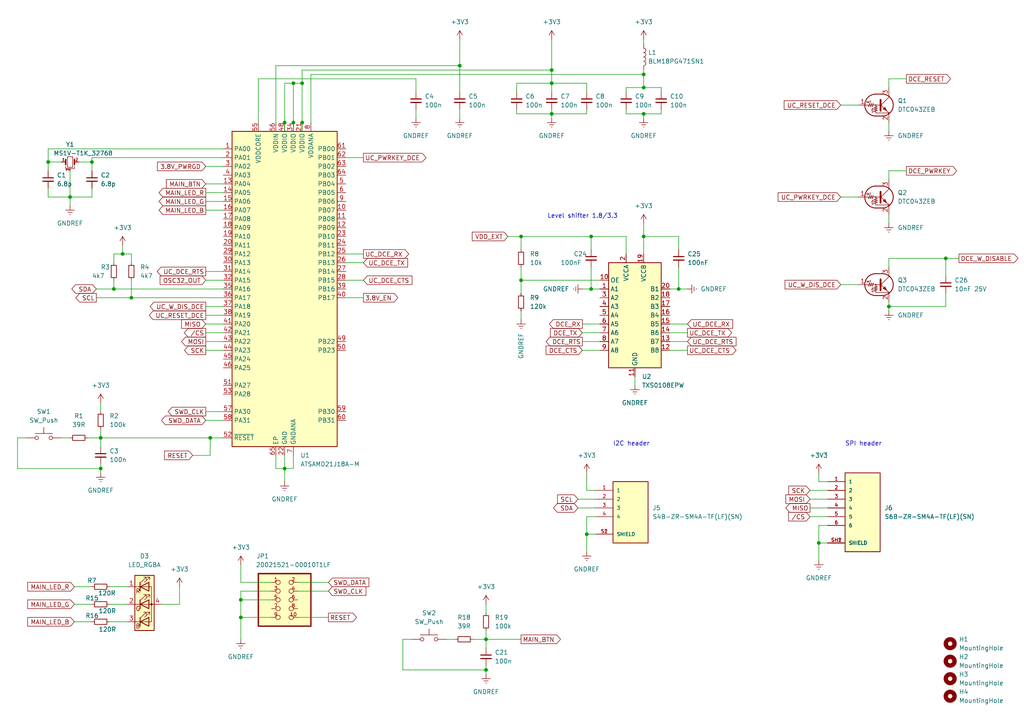
<source format=kicad_sch>
(kicad_sch (version 20211123) (generator eeschema)
  (paper "A4")
  (lib_symbols
    (symbol "20021521-00010T1LF:20021521-00010T1LF" (pin_names (offset 1.016) hide)
      (property "Reference" "JP" (at -6.35 8.255 0))
      (property "Value" "20021521-00010T1LF" (at -6.35 -10.1854 0))
      (symbol "20021521-00010T1LF_0_0"
        (rectangle (start -6.35 -7.62) (end 8.89 7.62) (stroke (width 0.4064)) (fill (type background)))
        (pin passive inverted (at -2.54 5.08 0) (length 2.54) (name "~") (number "1"))
        (pin passive inverted (at 5.08 -5.08 180) (length 2.54) (name "~") (number "10"))
        (pin passive inverted (at 5.08 5.08 180) (length 2.54) (name "~") (number "2"))
        (pin passive inverted (at -2.54 2.54 0) (length 2.54) (name "~") (number "3"))
        (pin passive inverted (at 5.08 2.54 180) (length 2.54) (name "~") (number "4"))
        (pin passive inverted (at -2.54 0 0) (length 2.54) (name "~") (number "5"))
        (pin passive inverted (at 5.08 0 180) (length 2.54) (name "~") (number "6"))
        (pin passive inverted (at -2.54 -2.54 0) (length 2.54) (name "~") (number "7"))
        (pin passive inverted (at 5.08 -2.54 180) (length 2.54) (name "~") (number "8"))
        (pin passive inverted (at -2.54 -5.08 0) (length 2.54) (name "~") (number "9"))
      )
    )
    (symbol "Device:C_Small" (pin_numbers hide) (pin_names (offset 0.254) hide)
      (property "Reference" "C" (at 0.254 1.778 0))
      (property "Value" "C_Small" (at 0.254 -2.032 0))
      (symbol "C_Small_0_1"
        (polyline (pts (xy -1.524 -0.508) (xy 1.524 -0.508)) (stroke (width 0.3302)))
        (polyline (pts (xy -1.524 0.508) (xy 1.524 0.508)) (stroke (width 0.3048)))
      )
      (symbol "C_Small_1_1"
        (pin passive line (at 0 2.54 270) (length 2.032) (name "~") (number "1"))
        (pin passive line (at 0 -2.54 90) (length 2.032) (name "~") (number "2"))
      )
    )
    (symbol "Device:Crystal_GND3_Small" (pin_names (offset 1.016) hide)
      (property "Reference" "Y" (at 0 5.08 0))
      (property "Value" "Crystal_GND3_Small" (at 0 3.175 0))
      (symbol "Crystal_GND3_Small_0_1"
        (rectangle (start -0.762 -1.524) (end 0.762 1.524))
        (polyline (pts (xy -1.27 -0.762) (xy -1.27 0.762)) (stroke (width 0.381)))
        (polyline (pts (xy 1.27 -0.762) (xy 1.27 0.762)) (stroke (width 0.381)))
        (polyline (pts (xy -1.27 -1.27) (xy -1.27 -1.905) (xy 1.27 -1.905) (xy 1.27 -1.27)))
      )
      (symbol "Crystal_GND3_Small_1_1"
        (pin passive line (at -2.54 0 0) (length 1.27) (name "1") (number "1"))
        (pin passive line (at 2.54 0 180) (length 1.27) (name "2") (number "2"))
        (pin passive line (at 0 -2.54 90) (length 0.635) (name "3") (number "3"))
      )
    )
    (symbol "Device:L" (pin_numbers hide) (pin_names (offset 1.016) hide)
      (property "Reference" "L" (at -1.27 0 90))
      (property "Value" "L" (at 1.905 0 90))
      (symbol "L_0_1"
        (arc (start 0 -2.54) (mid 0.635 -1.905) (end 0 -1.27))
        (arc (start 0 -1.27) (mid 0.635 -0.635) (end 0 0))
        (arc (start 0 0) (mid 0.635 0.635) (end 0 1.27))
        (arc (start 0 1.27) (mid 0.635 1.905) (end 0 2.54))
      )
      (symbol "L_1_1"
        (pin passive line (at 0 3.81 270) (length 1.27) (name "1") (number "1"))
        (pin passive line (at 0 -3.81 90) (length 1.27) (name "2") (number "2"))
      )
    )
    (symbol "Device:LED_RGBA" (pin_names (offset 0) hide)
      (property "Reference" "D" (at 0 9.398 0))
      (property "Value" "LED_RGBA" (at 0 -8.89 0))
      (symbol "LED_RGBA_0_0"
        (text "B" (at -1.905 -6.35 0) (effects (font (size 1.27 1.27))))
        (text "G" (at -1.905 -1.27 0) (effects (font (size 1.27 1.27))))
        (text "R" (at -1.905 3.81 0) (effects (font (size 1.27 1.27))))
      )
      (symbol "LED_RGBA_0_1"
        (polyline (pts (xy -1.27 -5.08) (xy -2.54 -5.08)))
        (polyline (pts (xy -1.27 -5.08) (xy 1.27 -5.08)))
        (polyline (pts (xy -1.27 -3.81) (xy -1.27 -6.35)) (stroke (width 0.254)))
        (polyline (pts (xy -1.27 0) (xy -2.54 0)))
        (polyline (pts (xy -1.27 1.27) (xy -1.27 -1.27)) (stroke (width 0.254)))
        (polyline (pts (xy -1.27 5.08) (xy -2.54 5.08)))
        (polyline (pts (xy -1.27 5.08) (xy 1.27 5.08)))
        (polyline (pts (xy -1.27 6.35) (xy -1.27 3.81)) (stroke (width 0.254)))
        (polyline (pts (xy 1.27 0) (xy -1.27 0)))
        (polyline (pts (xy 1.27 0) (xy 2.54 0)))
        (polyline (pts (xy -1.27 1.27) (xy -1.27 -1.27) (xy -1.27 -1.27)))
        (polyline (pts (xy -1.27 6.35) (xy -1.27 3.81) (xy -1.27 3.81)))
        (polyline (pts (xy 1.27 -5.08) (xy 2.032 -5.08) (xy 2.032 5.08) (xy 1.27 5.08)))
        (polyline (pts (xy 1.27 -3.81) (xy 1.27 -6.35) (xy -1.27 -5.08) (xy 1.27 -3.81)) (stroke (width 0.254)))
        (polyline (pts (xy 1.27 1.27) (xy 1.27 -1.27) (xy -1.27 0) (xy 1.27 1.27)) (stroke (width 0.254)))
        (polyline (pts (xy 1.27 6.35) (xy 1.27 3.81) (xy -1.27 5.08) (xy 1.27 6.35)) (stroke (width 0.254)))
        (polyline (pts (xy -1.016 -3.81) (xy 0.508 -2.286) (xy -0.254 -2.286) (xy 0.508 -2.286) (xy 0.508 -3.048)))
        (polyline (pts (xy -1.016 1.27) (xy 0.508 2.794) (xy -0.254 2.794) (xy 0.508 2.794) (xy 0.508 2.032)))
        (polyline (pts (xy -1.016 6.35) (xy 0.508 7.874) (xy -0.254 7.874) (xy 0.508 7.874) (xy 0.508 7.112)))
        (polyline (pts (xy 0 -3.81) (xy 1.524 -2.286) (xy 0.762 -2.286) (xy 1.524 -2.286) (xy 1.524 -3.048)))
        (polyline (pts (xy 0 1.27) (xy 1.524 2.794) (xy 0.762 2.794) (xy 1.524 2.794) (xy 1.524 2.032)))
        (polyline (pts (xy 0 6.35) (xy 1.524 7.874) (xy 0.762 7.874) (xy 1.524 7.874) (xy 1.524 7.112)))
        (rectangle (start 1.27 -1.27) (end 1.27 1.27))
        (rectangle (start 1.27 1.27) (end 1.27 1.27))
        (rectangle (start 1.27 3.81) (end 1.27 6.35))
        (rectangle (start 1.27 6.35) (end 1.27 6.35))
        (circle (center 2.032 0) (radius 0.254) (fill (type outline)))
        (rectangle (start 2.794 8.382) (end -2.794 -7.62) (stroke (width 0.254)) (fill (type background)))
      )
      (symbol "LED_RGBA_1_1"
        (pin passive line (at -5.08 5.08 0) (length 2.54) (name "RK") (number "1"))
        (pin passive line (at -5.08 0 0) (length 2.54) (name "GK") (number "2"))
        (pin passive line (at -5.08 -5.08 0) (length 2.54) (name "BK") (number "3"))
        (pin passive line (at 5.08 0 180) (length 2.54) (name "A") (number "4"))
      )
    )
    (symbol "Device:R_Small" (pin_numbers hide) (pin_names (offset 0.254) hide)
      (property "Reference" "R" (at 0.762 0.508 0))
      (property "Value" "R_Small" (at 0.762 -1.016 0))
      (symbol "R_Small_0_1"
        (rectangle (start -0.762 1.778) (end 0.762 -1.778) (stroke (width 0.2032)))
      )
      (symbol "R_Small_1_1"
        (pin passive line (at 0 2.54 270) (length 0.762) (name "~") (number "1"))
        (pin passive line (at 0 -2.54 90) (length 0.762) (name "~") (number "2"))
      )
    )
    (symbol "Logic_LevelTranslator:TXS0108EPW"
      (property "Reference" "U" (at -6.35 16.51 0))
      (property "Value" "TXS0108EPW" (at 3.81 16.51 0))
      (symbol "TXS0108EPW_0_1"
        (rectangle (start -7.62 15.24) (end 7.62 -15.24) (stroke (width 0.254)) (fill (type background)))
      )
      (symbol "TXS0108EPW_1_1"
        (pin bidirectional line (at -10.16 7.62 0) (length 2.54) (name "A1") (number "1"))
        (pin input line (at -10.16 10.16 0) (length 2.54) (name "OE") (number "10"))
        (pin power_in line (at 0 -17.78 90) (length 2.54) (name "GND") (number "11"))
        (pin bidirectional line (at 10.16 -10.16 180) (length 2.54) (name "B8") (number "12"))
        (pin bidirectional line (at 10.16 -7.62 180) (length 2.54) (name "B7") (number "13"))
        (pin bidirectional line (at 10.16 -5.08 180) (length 2.54) (name "B6") (number "14"))
        (pin bidirectional line (at 10.16 -2.54 180) (length 2.54) (name "B5") (number "15"))
        (pin bidirectional line (at 10.16 0 180) (length 2.54) (name "B4") (number "16"))
        (pin bidirectional line (at 10.16 2.54 180) (length 2.54) (name "B3") (number "17"))
        (pin bidirectional line (at 10.16 5.08 180) (length 2.54) (name "B2") (number "18"))
        (pin power_in line (at 2.54 17.78 270) (length 2.54) (name "VCCB") (number "19"))
        (pin power_in line (at -2.54 17.78 270) (length 2.54) (name "VCCA") (number "2"))
        (pin bidirectional line (at 10.16 7.62 180) (length 2.54) (name "B1") (number "20"))
        (pin bidirectional line (at -10.16 5.08 0) (length 2.54) (name "A2") (number "3"))
        (pin bidirectional line (at -10.16 2.54 0) (length 2.54) (name "A3") (number "4"))
        (pin bidirectional line (at -10.16 0 0) (length 2.54) (name "A4") (number "5"))
        (pin bidirectional line (at -10.16 -2.54 0) (length 2.54) (name "A5") (number "6"))
        (pin bidirectional line (at -10.16 -5.08 0) (length 2.54) (name "A6") (number "7"))
        (pin bidirectional line (at -10.16 -7.62 0) (length 2.54) (name "A7") (number "8"))
        (pin bidirectional line (at -10.16 -10.16 0) (length 2.54) (name "A8") (number "9"))
      )
    )
    (symbol "MCU_Microchip_SAMD:ATSAMD21J18A-M"
      (property "Reference" "U" (at -13.97 46.99 0))
      (property "Value" "ATSAMD21J18A-M" (at 16.51 46.99 0))
      (symbol "ATSAMD21J18A-M_0_1"
        (rectangle (start -15.24 45.72) (end 15.24 -45.72) (stroke (width 0.254)) (fill (type background)))
      )
      (symbol "ATSAMD21J18A-M_1_1"
        (pin bidirectional line (at -17.78 40.64 0) (length 2.54) (name "PA00") (number "1"))
        (pin bidirectional line (at 17.78 22.86 180) (length 2.54) (name "PB07") (number "10"))
        (pin bidirectional line (at 17.78 20.32 180) (length 2.54) (name "PB08") (number "11"))
        (pin bidirectional line (at 17.78 17.78 180) (length 2.54) (name "PB09") (number "12"))
        (pin bidirectional line (at -17.78 30.48 0) (length 2.54) (name "PA04") (number "13"))
        (pin bidirectional line (at -17.78 27.94 0) (length 2.54) (name "PA05") (number "14"))
        (pin bidirectional line (at -17.78 25.4 0) (length 2.54) (name "PA06") (number "15"))
        (pin bidirectional line (at -17.78 22.86 0) (length 2.54) (name "PA07") (number "16"))
        (pin bidirectional line (at -17.78 20.32 0) (length 2.54) (name "PA08") (number "17"))
        (pin bidirectional line (at -17.78 17.78 0) (length 2.54) (name "PA09") (number "18"))
        (pin bidirectional line (at -17.78 15.24 0) (length 2.54) (name "PA10") (number "19"))
        (pin bidirectional line (at -17.78 38.1 0) (length 2.54) (name "PA01") (number "2"))
        (pin bidirectional line (at -17.78 12.7 0) (length 2.54) (name "PA11") (number "20"))
        (pin power_in line (at 5.08 48.26 270) (length 2.54) (name "VDDIO") (number "21"))
        (pin power_in line (at 0 -48.26 90) (length 2.54) (name "GND") (number "22"))
        (pin bidirectional line (at 17.78 15.24 180) (length 2.54) (name "PB10") (number "23"))
        (pin bidirectional line (at 17.78 12.7 180) (length 2.54) (name "PB11") (number "24"))
        (pin bidirectional line (at 17.78 10.16 180) (length 2.54) (name "PB12") (number "25"))
        (pin bidirectional line (at 17.78 7.62 180) (length 2.54) (name "PB13") (number "26"))
        (pin bidirectional line (at 17.78 5.08 180) (length 2.54) (name "PB14") (number "27"))
        (pin bidirectional line (at 17.78 2.54 180) (length 2.54) (name "PB15") (number "28"))
        (pin bidirectional line (at -17.78 10.16 0) (length 2.54) (name "PA12") (number "29"))
        (pin bidirectional line (at -17.78 35.56 0) (length 2.54) (name "PA02") (number "3"))
        (pin bidirectional line (at -17.78 7.62 0) (length 2.54) (name "PA13") (number "30"))
        (pin bidirectional line (at -17.78 5.08 0) (length 2.54) (name "PA14") (number "31"))
        (pin bidirectional line (at -17.78 2.54 0) (length 2.54) (name "PA15") (number "32"))
        (pin passive line (at 0 -48.26 90) (length 2.54) hide (name "GND") (number "33"))
        (pin power_in line (at 2.54 48.26 270) (length 2.54) (name "VDDIO") (number "34"))
        (pin bidirectional line (at -17.78 0 0) (length 2.54) (name "PA16") (number "35"))
        (pin bidirectional line (at -17.78 -2.54 0) (length 2.54) (name "PA17") (number "36"))
        (pin bidirectional line (at -17.78 -5.08 0) (length 2.54) (name "PA18") (number "37"))
        (pin bidirectional line (at -17.78 -7.62 0) (length 2.54) (name "PA19") (number "38"))
        (pin bidirectional line (at 17.78 0 180) (length 2.54) (name "PB16") (number "39"))
        (pin bidirectional line (at -17.78 33.02 0) (length 2.54) (name "PA03") (number "4"))
        (pin bidirectional line (at 17.78 -2.54 180) (length 2.54) (name "PB17") (number "40"))
        (pin bidirectional line (at -17.78 -10.16 0) (length 2.54) (name "PA20") (number "41"))
        (pin bidirectional line (at -17.78 -12.7 0) (length 2.54) (name "PA21") (number "42"))
        (pin bidirectional line (at -17.78 -15.24 0) (length 2.54) (name "PA22") (number "43"))
        (pin bidirectional line (at -17.78 -17.78 0) (length 2.54) (name "PA23") (number "44"))
        (pin bidirectional line (at -17.78 -20.32 0) (length 2.54) (name "PA24") (number "45"))
        (pin bidirectional line (at -17.78 -22.86 0) (length 2.54) (name "PA25") (number "46"))
        (pin passive line (at 0 -48.26 90) (length 2.54) hide (name "GND") (number "47"))
        (pin power_in line (at 0 48.26 270) (length 2.54) (name "VDDIO") (number "48"))
        (pin bidirectional line (at 17.78 -15.24 180) (length 2.54) (name "PB22") (number "49"))
        (pin bidirectional line (at 17.78 30.48 180) (length 2.54) (name "PB04") (number "5"))
        (pin bidirectional line (at 17.78 -17.78 180) (length 2.54) (name "PB23") (number "50"))
        (pin bidirectional line (at -17.78 -27.94 0) (length 2.54) (name "PA27") (number "51"))
        (pin input line (at -17.78 -43.18 0) (length 2.54) (name "~{RESET}") (number "52"))
        (pin bidirectional line (at -17.78 -30.48 0) (length 2.54) (name "PA28") (number "53"))
        (pin passive line (at 0 -48.26 90) (length 2.54) hide (name "GND") (number "54"))
        (pin power_out line (at -7.62 48.26 270) (length 2.54) (name "VDDCORE") (number "55"))
        (pin power_in line (at -2.54 48.26 270) (length 2.54) (name "VDDIN") (number "56"))
        (pin bidirectional line (at -17.78 -35.56 0) (length 2.54) (name "PA30") (number "57"))
        (pin bidirectional line (at -17.78 -38.1 0) (length 2.54) (name "PA31") (number "58"))
        (pin bidirectional line (at 17.78 -35.56 180) (length 2.54) (name "PB30") (number "59"))
        (pin bidirectional line (at 17.78 27.94 180) (length 2.54) (name "PB05") (number "6"))
        (pin bidirectional line (at 17.78 -38.1 180) (length 2.54) (name "PB31") (number "60"))
        (pin bidirectional line (at 17.78 40.64 180) (length 2.54) (name "PB00") (number "61"))
        (pin bidirectional line (at 17.78 38.1 180) (length 2.54) (name "PB01") (number "62"))
        (pin bidirectional line (at 17.78 35.56 180) (length 2.54) (name "PB02") (number "63"))
        (pin bidirectional line (at 17.78 33.02 180) (length 2.54) (name "PB03") (number "64"))
        (pin passive line (at -2.54 -48.26 90) (length 2.54) (name "EP") (number "65"))
        (pin power_in line (at 2.54 -48.26 90) (length 2.54) (name "GNDANA") (number "7"))
        (pin power_in line (at 7.62 48.26 270) (length 2.54) (name "VDDANA") (number "8"))
        (pin bidirectional line (at 17.78 25.4 180) (length 2.54) (name "PB06") (number "9"))
      )
    )
    (symbol "Mechanical:MountingHole" (pin_names (offset 1.016))
      (property "Reference" "H" (at 0 5.08 0))
      (property "Value" "MountingHole" (at 0 3.175 0))
      (symbol "MountingHole_0_1"
        (circle (center 0 0) (radius 1.27) (stroke (width 1.27)))
      )
    )
    (symbol "S4B-ZR-SM4A-TF_LF__SN_:S4B-ZR-SM4A-TF(LF)(SN)" (pin_names (offset 1.016))
      (property "Reference" "J" (at -5.08 10.8204 0))
      (property "Value" "S4B-ZR-SM4A-TF(LF)(SN)" (at -5.08 -10.1854 0))
      (symbol "S4B-ZR-SM4A-TF(LF)(SN)_0_0"
        (rectangle (start -5.08 -7.62) (end 5.08 10.16) (stroke (width 0.254)) (fill (type background)))
        (pin passive line (at -10.16 7.62 0) (length 5.08) (name "1") (number "1"))
        (pin passive line (at -10.16 5.08 0) (length 5.08) (name "2") (number "2"))
        (pin passive line (at -10.16 2.54 0) (length 5.08) (name "3") (number "3"))
        (pin passive line (at -10.16 0 0) (length 5.08) (name "4") (number "4"))
        (pin passive line (at -10.16 -5.08 0) (length 5.08) (name "SHIELD") (number "S1"))
        (pin passive line (at -10.16 -5.08 0) (length 5.08) (name "SHIELD") (number "S2"))
      )
    )
    (symbol "S6B-ZR-SM4A-TF_LF__SN_:S6B-ZR-SM4A-TF(LF)(SN)" (pin_names (offset 1.016))
      (property "Reference" "J" (at -5.08 10.8204 0))
      (property "Value" "S6B-ZR-SM4A-TF(LF)(SN)" (at -5.08 -15.2654 0))
      (symbol "S6B-ZR-SM4A-TF(LF)(SN)_0_0"
        (rectangle (start -5.08 -12.7) (end 5.08 10.16) (stroke (width 0.254)) (fill (type background)))
        (pin passive line (at -10.16 7.62 0) (length 5.08) (name "1") (number "1"))
        (pin passive line (at -10.16 5.08 0) (length 5.08) (name "2") (number "2"))
        (pin passive line (at -10.16 2.54 0) (length 5.08) (name "3") (number "3"))
        (pin passive line (at -10.16 0 0) (length 5.08) (name "4") (number "4"))
        (pin passive line (at -10.16 -2.54 0) (length 5.08) (name "5") (number "5"))
        (pin passive line (at -10.16 -5.08 0) (length 5.08) (name "6") (number "6"))
        (pin passive line (at -10.16 -10.16 0) (length 5.08) (name "SHIELD") (number "SH1"))
        (pin passive line (at -10.16 -10.16 0) (length 5.08) (name "SHIELD") (number "SH2"))
      )
    )
    (symbol "Switch:SW_Push" (pin_numbers hide) (pin_names (offset 1.016) hide)
      (property "Reference" "SW" (at 1.27 2.54 0))
      (property "Value" "SW_Push" (at 0 -1.524 0))
      (symbol "SW_Push_0_1"
        (circle (center -2.032 0) (radius 0.508))
        (polyline (pts (xy 0 1.27) (xy 0 3.048)))
        (polyline (pts (xy 2.54 1.27) (xy -2.54 1.27)))
        (circle (center 2.032 0) (radius 0.508))
        (pin passive line (at -5.08 0 0) (length 2.54) (name "1") (number "1"))
        (pin passive line (at 5.08 0 180) (length 2.54) (name "2") (number "2"))
      )
    )
    (symbol "Transistor_BJT:DTC143Z" (pin_names (offset 0) hide)
      (property "Reference" "Q" (at 5.08 1.905 0))
      (property "Value" "DTC143Z" (at 5.08 0 0))
      (symbol "DTC143Z_0_0"
        (text "47k" (at -2.159 -1.524 900) (effects (font (size 0.508 0.508))))
        (text "4k7" (at -3.302 0.889 0) (effects (font (size 0.508 0.508))))
      )
      (symbol "DTC143Z_0_1"
        (circle (center -1.27 0) (radius 0.127))
        (arc (start -1.27 3.175) (mid -4.445 0) (end -1.27 -3.175) (stroke (width 0.254)))
        (polyline (pts (xy -3.429 0) (xy -3.81 0)))
        (polyline (pts (xy -1.27 -3.175) (xy 0.635 -3.175)) (stroke (width 0.254)))
        (polyline (pts (xy -1.27 3.175) (xy 0.635 3.175)) (stroke (width 0.254)))
        (polyline (pts (xy 0 -0.254) (xy 2.54 2.286)))
        (polyline (pts (xy 0.127 1.524) (xy 0.127 -1.651)) (stroke (width 0.508)) (fill (type outline)))
        (polyline (pts (xy 2.54 2.286) (xy 2.54 2.54)))
        (polyline (pts (xy 2.54 -2.286) (xy 0 0.254) (xy 0 0.254)))
        (polyline (pts (xy 0.889 -1.143) (xy 1.397 -0.635) (xy 1.905 -1.651) (xy 0.889 -1.143)) (fill (type outline)))
        (polyline (pts (xy 0 0) (xy -1.905 0) (xy -2.032 0.508) (xy -2.286 -0.508) (xy -2.54 0.508) (xy -2.794 -0.508) (xy -3.048 0.508) (xy -3.302 -0.508) (xy -3.429 0)))
        (polyline (pts (xy -1.27 0) (xy -1.27 -0.381) (xy -0.762 -0.508) (xy -1.778 -0.762) (xy -0.762 -1.016) (xy -1.778 -1.27) (xy -0.762 -1.524) (xy -1.778 -1.778) (xy -1.27 -1.905) (xy -1.27 -2.286) (xy 2.54 -2.286)))
        (arc (start 0.635 -3.175) (mid 3.81 0) (end 0.635 3.175) (stroke (width 0.254)))
        (circle (center 2.54 -2.286) (radius 0.127))
      )
      (symbol "DTC143Z_1_1"
        (pin input line (at -6.35 0 0) (length 2.54) (name "B") (number "1"))
        (pin passive line (at 2.54 -5.08 90) (length 2.54) (name "E") (number "2"))
        (pin passive line (at 2.54 5.08 270) (length 2.54) (name "C") (number "3"))
      )
    )
    (symbol "power:+3.3V" (power) (pin_names (offset 0))
      (property "Value" "+3.3V" (at 0 3.556 0))
      (symbol "+3.3V_0_1"
        (polyline (pts (xy -0.762 1.27) (xy 0 2.54)))
        (polyline (pts (xy 0 0) (xy 0 2.54)))
        (polyline (pts (xy 0 2.54) (xy 0.762 1.27)))
      )
      (symbol "+3.3V_1_1"
        (pin power_in line (at 0 0 90) (length 0) hide (name "+3V3") (number "1"))
      )
    )
    (symbol "power:GNDREF" (power) (pin_names (offset 0))
      (property "Value" "GNDREF" (at 0 -3.81 0))
      (symbol "GNDREF_0_1"
        (polyline (pts (xy -0.635 -1.905) (xy 0.635 -1.905)))
        (polyline (pts (xy -0.127 -2.54) (xy 0.127 -2.54)))
        (polyline (pts (xy 0 -1.27) (xy 0 0)))
        (polyline (pts (xy 1.27 -1.27) (xy -1.27 -1.27)))
      )
      (symbol "GNDREF_1_1"
        (pin power_in line (at 0 0 270) (length 0) hide (name "GNDREF") (number "1"))
      )
    )
  )
  (junction (at 257.81 88.9))
  (junction (at 160.02 33.02))
  (junction (at 196.85 83.82))
  (junction (at 186.69 21.59))
  (junction (at 186.69 33.02))
  (junction (at 85.09 35.56))
  (junction (at 237.49 157.48))
  (junction (at 60.96 127))
  (junction (at 13.97 46.99))
  (junction (at 186.69 25.4))
  (junction (at 33.02 83.82))
  (junction (at 160.02 20.32))
  (junction (at 20.32 57.15))
  (junction (at 186.69 68.58))
  (junction (at 87.63 35.56))
  (junction (at 35.56 73.66))
  (junction (at 69.85 179.07))
  (junction (at 171.45 68.58))
  (junction (at 151.13 68.58))
  (junction (at 274.32 74.93))
  (junction (at 87.63 24.13))
  (junction (at 140.97 194.31))
  (junction (at 170.18 154.94))
  (junction (at 82.55 35.56))
  (junction (at 82.55 135.89))
  (junction (at 26.67 46.99))
  (junction (at 29.21 127))
  (junction (at 29.21 135.89))
  (junction (at 151.13 81.28))
  (junction (at 69.85 173.99))
  (junction (at 38.1 86.36))
  (junction (at 171.45 83.82))
  (junction (at 160.02 24.13))
  (junction (at 140.97 185.42))
  (junction (at 85.09 24.13))
  (junction (at 133.35 19.05))
  (wire (pts (xy 181.61 73.66) (xy 181.61 68.58)))
  (wire (pts (xy 257.81 49.53) (xy 257.81 52.07)))
  (wire (pts (xy 22.86 46.99) (xy 26.67 46.99)))
  (wire (pts (xy 35.56 73.66) (xy 38.1 73.66)))
  (wire (pts (xy 149.86 24.13) (xy 160.02 24.13)))
  (wire (pts (xy 59.69 119.38) (xy 64.77 119.38)))
  (wire (pts (xy 196.85 77.47) (xy 196.85 83.82)))
  (wire (pts (xy 262.89 22.86) (xy 257.81 22.86)))
  (wire (pts (xy 100.33 73.66) (xy 105.41 73.66)))
  (wire (pts (xy 20.32 57.15) (xy 13.97 57.15)))
  (wire (pts (xy 194.31 99.06) (xy 199.39 99.06)))
  (wire (pts (xy 120.65 31.75) (xy 120.65 34.29)))
  (wire (pts (xy 5.08 127) (xy 5.08 135.89)))
  (wire (pts (xy 86.36 168.91) (xy 95.25 168.91)))
  (wire (pts (xy 59.69 91.44) (xy 64.77 91.44)))
  (wire (pts (xy 33.02 76.2) (xy 33.02 73.66)))
  (wire (pts (xy 21.59 180.34) (xy 26.67 180.34)))
  (wire (pts (xy 160.02 33.02) (xy 170.18 33.02)))
  (wire (pts (xy 140.97 175.26) (xy 140.97 177.8)))
  (wire (pts (xy 80.01 19.05) (xy 133.35 19.05)))
  (wire (pts (xy 116.84 185.42) (xy 119.38 185.42)))
  (wire (pts (xy 82.55 38.1) (xy 82.55 35.56)))
  (wire (pts (xy 33.02 83.82) (xy 64.77 83.82)))
  (wire (pts (xy 243.84 30.48) (xy 248.92 30.48)))
  (wire (pts (xy 186.69 33.02) (xy 186.69 34.29)))
  (wire (pts (xy 167.64 147.32) (xy 172.72 147.32)))
  (wire (pts (xy 240.03 152.4) (xy 237.49 152.4)))
  (wire (pts (xy 160.02 31.75) (xy 160.02 33.02)))
  (wire (pts (xy 59.69 55.88) (xy 64.77 55.88)))
  (wire (pts (xy 194.31 93.98) (xy 199.39 93.98)))
  (wire (pts (xy 31.75 175.26) (xy 36.83 175.26)))
  (wire (pts (xy 170.18 31.75) (xy 170.18 33.02)))
  (wire (pts (xy 181.61 26.67) (xy 181.61 25.4)))
  (wire (pts (xy 151.13 90.17) (xy 151.13 92.71)))
  (wire (pts (xy 90.17 21.59) (xy 186.69 21.59)))
  (wire (pts (xy 78.74 173.99) (xy 69.85 173.99)))
  (wire (pts (xy 21.59 170.18) (xy 26.67 170.18)))
  (wire (pts (xy 140.97 185.42) (xy 151.13 185.42)))
  (wire (pts (xy 116.84 185.42) (xy 116.84 194.31)))
  (wire (pts (xy 85.09 132.08) (xy 85.09 135.89)))
  (wire (pts (xy 149.86 33.02) (xy 160.02 33.02)))
  (wire (pts (xy 33.02 81.28) (xy 33.02 83.82)))
  (wire (pts (xy 13.97 46.99) (xy 13.97 49.53)))
  (wire (pts (xy 234.95 144.78) (xy 240.03 144.78)))
  (wire (pts (xy 59.69 60.96) (xy 64.77 60.96)))
  (wire (pts (xy 69.85 179.07) (xy 69.85 185.42)))
  (wire (pts (xy 171.45 83.82) (xy 173.99 83.82)))
  (wire (pts (xy 151.13 68.58) (xy 151.13 72.39)))
  (wire (pts (xy 160.02 24.13) (xy 170.18 24.13)))
  (wire (pts (xy 191.77 25.4) (xy 191.77 26.67)))
  (wire (pts (xy 129.54 185.42) (xy 132.08 185.42)))
  (wire (pts (xy 85.09 35.56) (xy 85.09 24.13)))
  (wire (pts (xy 59.69 78.74) (xy 64.77 78.74)))
  (wire (pts (xy 167.64 144.78) (xy 172.72 144.78)))
  (wire (pts (xy 26.67 45.72) (xy 26.67 46.99)))
  (wire (pts (xy 234.95 149.86) (xy 240.03 149.86)))
  (wire (pts (xy 170.18 137.16) (xy 170.18 142.24)))
  (wire (pts (xy 194.31 83.82) (xy 196.85 83.82)))
  (wire (pts (xy 31.75 170.18) (xy 36.83 170.18)))
  (wire (pts (xy 140.97 182.88) (xy 140.97 185.42)))
  (wire (pts (xy 257.81 22.86) (xy 257.81 25.4)))
  (wire (pts (xy 25.4 127) (xy 29.21 127)))
  (wire (pts (xy 257.81 88.9) (xy 257.81 90.17)))
  (wire (pts (xy 38.1 86.36) (xy 64.77 86.36)))
  (wire (pts (xy 29.21 134.62) (xy 29.21 135.89)))
  (wire (pts (xy 29.21 127) (xy 29.21 129.54)))
  (wire (pts (xy 140.97 193.04) (xy 140.97 194.31)))
  (wire (pts (xy 257.81 62.23) (xy 257.81 64.77)))
  (wire (pts (xy 257.81 88.9) (xy 274.32 88.9)))
  (wire (pts (xy 170.18 26.67) (xy 170.18 24.13)))
  (wire (pts (xy 69.85 173.99) (xy 69.85 179.07)))
  (wire (pts (xy 5.08 135.89) (xy 29.21 135.89)))
  (wire (pts (xy 33.02 73.66) (xy 35.56 73.66)))
  (wire (pts (xy 80.01 19.05) (xy 80.01 35.56)))
  (wire (pts (xy 116.84 194.31) (xy 140.97 194.31)))
  (wire (pts (xy 59.69 121.92) (xy 64.77 121.92)))
  (wire (pts (xy 59.69 88.9) (xy 64.77 88.9)))
  (wire (pts (xy 186.69 68.58) (xy 196.85 68.58)))
  (wire (pts (xy 186.69 21.59) (xy 186.69 25.4)))
  (wire (pts (xy 27.94 86.36) (xy 38.1 86.36)))
  (wire (pts (xy 87.63 20.32) (xy 87.63 24.13)))
  (wire (pts (xy 170.18 142.24) (xy 172.72 142.24)))
  (wire (pts (xy 257.81 87.63) (xy 257.81 88.9)))
  (wire (pts (xy 171.45 77.47) (xy 171.45 83.82)))
  (wire (pts (xy 274.32 85.09) (xy 274.32 88.9)))
  (wire (pts (xy 21.59 175.26) (xy 26.67 175.26)))
  (wire (pts (xy 184.15 109.22) (xy 184.15 111.76)))
  (wire (pts (xy 151.13 81.28) (xy 151.13 85.09)))
  (wire (pts (xy 86.36 171.45) (xy 95.25 171.45)))
  (wire (pts (xy 237.49 139.7) (xy 237.49 137.16)))
  (wire (pts (xy 59.69 93.98) (xy 64.77 93.98)))
  (wire (pts (xy 38.1 81.28) (xy 38.1 86.36)))
  (wire (pts (xy 29.21 116.84) (xy 29.21 119.38)))
  (wire (pts (xy 100.33 76.2) (xy 105.41 76.2)))
  (wire (pts (xy 85.09 38.1) (xy 85.09 35.56)))
  (wire (pts (xy 69.85 168.91) (xy 69.85 163.83)))
  (wire (pts (xy 257.81 35.56) (xy 257.81 38.1)))
  (wire (pts (xy 186.69 64.77) (xy 186.69 68.58)))
  (wire (pts (xy 237.49 162.56) (xy 237.49 157.48)))
  (wire (pts (xy 237.49 157.48) (xy 240.03 157.48)))
  (wire (pts (xy 60.96 127) (xy 64.77 127)))
  (wire (pts (xy 196.85 83.82) (xy 199.39 83.82)))
  (wire (pts (xy 172.72 149.86) (xy 170.18 149.86)))
  (wire (pts (xy 171.45 68.58) (xy 171.45 72.39)))
  (wire (pts (xy 64.77 45.72) (xy 26.67 45.72)))
  (wire (pts (xy 170.18 154.94) (xy 170.18 160.02)))
  (wire (pts (xy 186.69 33.02) (xy 191.77 33.02)))
  (wire (pts (xy 17.78 127) (xy 20.32 127)))
  (wire (pts (xy 69.85 171.45) (xy 69.85 173.99)))
  (wire (pts (xy 194.31 101.6) (xy 199.39 101.6)))
  (wire (pts (xy 149.86 31.75) (xy 149.86 33.02)))
  (wire (pts (xy 194.31 96.52) (xy 199.39 96.52)))
  (wire (pts (xy 52.07 175.26) (xy 52.07 170.18)))
  (wire (pts (xy 168.91 101.6) (xy 173.99 101.6)))
  (wire (pts (xy 100.33 81.28) (xy 105.41 81.28)))
  (wire (pts (xy 5.08 127) (xy 7.62 127)))
  (wire (pts (xy 168.91 96.52) (xy 173.99 96.52)))
  (wire (pts (xy 85.09 135.89) (xy 82.55 135.89)))
  (wire (pts (xy 168.91 93.98) (xy 173.99 93.98)))
  (wire (pts (xy 80.01 135.89) (xy 82.55 135.89)))
  (wire (pts (xy 257.81 74.93) (xy 257.81 77.47)))
  (wire (pts (xy 27.94 83.82) (xy 33.02 83.82)))
  (wire (pts (xy 74.93 22.86) (xy 74.93 35.56)))
  (wire (pts (xy 90.17 35.56) (xy 90.17 21.59)))
  (wire (pts (xy 234.95 147.32) (xy 240.03 147.32)))
  (wire (pts (xy 100.33 86.36) (xy 105.41 86.36)))
  (wire (pts (xy 26.67 46.99) (xy 26.67 49.53)))
  (wire (pts (xy 186.69 11.43) (xy 186.69 12.7)))
  (wire (pts (xy 46.99 175.26) (xy 52.07 175.26)))
  (wire (pts (xy 29.21 127) (xy 60.96 127)))
  (wire (pts (xy 35.56 71.12) (xy 35.56 73.66)))
  (wire (pts (xy 181.61 25.4) (xy 186.69 25.4)))
  (wire (pts (xy 171.45 68.58) (xy 151.13 68.58)))
  (wire (pts (xy 78.74 179.07) (xy 69.85 179.07)))
  (wire (pts (xy 82.55 132.08) (xy 82.55 135.89)))
  (wire (pts (xy 38.1 73.66) (xy 38.1 76.2)))
  (wire (pts (xy 168.91 99.06) (xy 173.99 99.06)))
  (wire (pts (xy 17.78 46.99) (xy 13.97 46.99)))
  (wire (pts (xy 160.02 11.43) (xy 160.02 20.32)))
  (wire (pts (xy 59.69 53.34) (xy 64.77 53.34)))
  (wire (pts (xy 240.03 139.7) (xy 237.49 139.7)))
  (wire (pts (xy 87.63 38.1) (xy 87.63 35.56)))
  (wire (pts (xy 191.77 31.75) (xy 191.77 33.02)))
  (wire (pts (xy 82.55 135.89) (xy 82.55 139.7)))
  (wire (pts (xy 80.01 132.08) (xy 80.01 135.89)))
  (wire (pts (xy 278.13 74.93) (xy 274.32 74.93)))
  (wire (pts (xy 78.74 171.45) (xy 69.85 171.45)))
  (wire (pts (xy 20.32 57.15) (xy 20.32 59.69)))
  (wire (pts (xy 181.61 33.02) (xy 186.69 33.02)))
  (wire (pts (xy 78.74 168.91) (xy 69.85 168.91)))
  (wire (pts (xy 20.32 49.53) (xy 20.32 57.15)))
  (wire (pts (xy 26.67 54.61) (xy 26.67 57.15)))
  (wire (pts (xy 13.97 57.15) (xy 13.97 54.61)))
  (wire (pts (xy 243.84 57.15) (xy 248.92 57.15)))
  (wire (pts (xy 196.85 72.39) (xy 196.85 68.58)))
  (wire (pts (xy 59.69 48.26) (xy 64.77 48.26)))
  (wire (pts (xy 160.02 24.13) (xy 160.02 26.67)))
  (wire (pts (xy 29.21 124.46) (xy 29.21 127)))
  (wire (pts (xy 82.55 24.13) (xy 85.09 24.13)))
  (wire (pts (xy 234.95 142.24) (xy 240.03 142.24)))
  (wire (pts (xy 64.77 43.18) (xy 13.97 43.18)))
  (wire (pts (xy 137.16 185.42) (xy 140.97 185.42)))
  (wire (pts (xy 151.13 81.28) (xy 173.99 81.28)))
  (wire (pts (xy 59.69 96.52) (xy 64.77 96.52)))
  (wire (pts (xy 55.88 132.08) (xy 60.96 132.08)))
  (wire (pts (xy 151.13 77.47) (xy 151.13 81.28)))
  (wire (pts (xy 100.33 45.72) (xy 105.41 45.72)))
  (wire (pts (xy 87.63 20.32) (xy 160.02 20.32)))
  (wire (pts (xy 274.32 74.93) (xy 257.81 74.93)))
  (wire (pts (xy 237.49 152.4) (xy 237.49 157.48)))
  (wire (pts (xy 149.86 26.67) (xy 149.86 24.13)))
  (wire (pts (xy 13.97 43.18) (xy 13.97 46.99)))
  (wire (pts (xy 170.18 154.94) (xy 172.72 154.94)))
  (wire (pts (xy 181.61 31.75) (xy 181.61 33.02)))
  (wire (pts (xy 82.55 35.56) (xy 82.55 24.13)))
  (wire (pts (xy 160.02 20.32) (xy 160.02 24.13)))
  (wire (pts (xy 133.35 11.43) (xy 133.35 19.05)))
  (wire (pts (xy 85.09 24.13) (xy 87.63 24.13)))
  (wire (pts (xy 186.69 25.4) (xy 191.77 25.4)))
  (wire (pts (xy 133.35 31.75) (xy 133.35 34.29)))
  (wire (pts (xy 29.21 135.89) (xy 29.21 137.16)))
  (wire (pts (xy 86.36 179.07) (xy 95.25 179.07)))
  (wire (pts (xy 181.61 68.58) (xy 171.45 68.58)))
  (wire (pts (xy 26.67 57.15) (xy 20.32 57.15)))
  (wire (pts (xy 74.93 22.86) (xy 120.65 22.86)))
  (wire (pts (xy 59.69 99.06) (xy 64.77 99.06)))
  (wire (pts (xy 243.84 82.55) (xy 248.92 82.55)))
  (wire (pts (xy 133.35 19.05) (xy 133.35 26.67)))
  (wire (pts (xy 186.69 20.32) (xy 186.69 21.59)))
  (wire (pts (xy 59.69 58.42) (xy 64.77 58.42)))
  (wire (pts (xy 140.97 185.42) (xy 140.97 187.96)))
  (wire (pts (xy 151.13 68.58) (xy 147.32 68.58)))
  (wire (pts (xy 87.63 24.13) (xy 87.63 35.56)))
  (wire (pts (xy 274.32 74.93) (xy 274.32 80.01)))
  (wire (pts (xy 120.65 22.86) (xy 120.65 26.67)))
  (wire (pts (xy 59.69 101.6) (xy 64.77 101.6)))
  (wire (pts (xy 186.69 68.58) (xy 186.69 73.66)))
  (wire (pts (xy 262.89 49.53) (xy 257.81 49.53)))
  (wire (pts (xy 140.97 194.31) (xy 140.97 195.58)))
  (wire (pts (xy 31.75 180.34) (xy 36.83 180.34)))
  (wire (pts (xy 170.18 149.86) (xy 170.18 154.94)))
  (wire (pts (xy 168.91 83.82) (xy 171.45 83.82)))
  (wire (pts (xy 160.02 33.02) (xy 160.02 34.29)))
  (wire (pts (xy 59.69 81.28) (xy 64.77 81.28)))
  (wire (pts (xy 60.96 132.08) (xy 60.96 127)))
  (text "I2C header" (at 177.8 129.54 0) (effects (font (size 1.27 1.27)) (justify left bottom)))
  (text "Level shifter 1.8/3.3" (at 158.75 63.5 0) (effects (font (size 1.27 1.27)) (justify left bottom)))
  (text "SPI header" (at 245.11 129.54 0) (effects (font (size 1.27 1.27)) (justify left bottom)))
  (global_label "DCE_CTS" (shape input) (at 168.91 101.6 180) (property "Intersheet References" "${INTERSHEET_REFS}" (effects hide)))
  (global_label "SCK" (shape input) (at 234.95 142.24 180) (property "Intersheet References" "${INTERSHEET_REFS}" (effects hide)))
  (global_label "MAIN_LED_G" (shape input) (at 21.59 175.26 180) (property "Intersheet References" "${INTERSHEET_REFS}" (effects hide)))
  (global_label "UC_W_DIS_DCE" (shape output) (at 59.69 88.9 180) (property "Intersheet References" "${INTERSHEET_REFS}" (effects hide)))
  (global_label "3.8V_PWRGD" (shape input) (at 59.69 48.26 180) (property "Intersheet References" "${INTERSHEET_REFS}" (effects hide)))
  (global_label "SCL" (shape output) (at 27.94 86.36 180) (property "Intersheet References" "${INTERSHEET_REFS}" (effects hide)))
  (global_label "MAIN_LED_R" (shape input) (at 21.59 170.18 180) (property "Intersheet References" "${INTERSHEET_REFS}" (effects hide)))
  (global_label "OSC32_OUT" (shape input) (at 59.69 81.28 180) (property "Intersheet References" "${INTERSHEET_REFS}" (effects hide)))
  (global_label "MISO" (shape input) (at 59.69 93.98 180) (property "Intersheet References" "${INTERSHEET_REFS}" (effects hide)))
  (global_label "UC_DCE_CTS" (shape output) (at 199.39 101.6 0) (property "Intersheet References" "${INTERSHEET_REFS}" (effects hide)))
  (global_label "DCE_W_DISABLE" (shape output) (at 278.13 74.93 0) (property "Intersheet References" "${INTERSHEET_REFS}" (effects hide)))
  (global_label "MAIN_BTN" (shape input) (at 59.69 53.34 180) (property "Intersheet References" "${INTERSHEET_REFS}" (effects hide)))
  (global_label "3.8V_EN" (shape output) (at 105.41 86.36 0) (property "Intersheet References" "${INTERSHEET_REFS}" (effects hide)))
  (global_label "MISO" (shape output) (at 234.95 147.32 180) (property "Intersheet References" "${INTERSHEET_REFS}" (effects hide)))
  (global_label "UC_DCE_RX" (shape input) (at 199.39 93.98 0) (property "Intersheet References" "${INTERSHEET_REFS}" (effects hide)))
  (global_label "MAIN_LED_G" (shape output) (at 59.69 58.42 180) (property "Intersheet References" "${INTERSHEET_REFS}" (effects hide)))
  (global_label "DCE_PWRKEY" (shape output) (at 262.89 49.53 0) (property "Intersheet References" "${INTERSHEET_REFS}" (effects hide)))
  (global_label "SWD_CLK" (shape input) (at 95.25 171.45 0) (property "Intersheet References" "${INTERSHEET_REFS}" (effects hide)))
  (global_label "RESET" (shape input) (at 55.88 132.08 180) (property "Intersheet References" "${INTERSHEET_REFS}" (effects hide)))
  (global_label "{slash}CS" (shape output) (at 59.69 96.52 180) (property "Intersheet References" "${INTERSHEET_REFS}" (effects hide)))
  (global_label "MAIN_LED_R" (shape output) (at 59.69 55.88 180) (property "Intersheet References" "${INTERSHEET_REFS}" (effects hide)))
  (global_label "DCE_RESET" (shape output) (at 262.89 22.86 0) (property "Intersheet References" "${INTERSHEET_REFS}" (effects hide)))
  (global_label "SDA" (shape bidirectional) (at 27.94 83.82 180) (property "Intersheet References" "${INTERSHEET_REFS}" (effects hide)))
  (global_label "UC_DCE_CTS" (shape input) (at 105.41 81.28 0) (property "Intersheet References" "${INTERSHEET_REFS}" (effects hide)))
  (global_label "DCE_RTS" (shape output) (at 168.91 99.06 180) (property "Intersheet References" "${INTERSHEET_REFS}" (effects hide)))
  (global_label "VDD_EXT" (shape input) (at 147.32 68.58 180) (property "Intersheet References" "${INTERSHEET_REFS}" (effects hide)))
  (global_label "UC_W_DIS_DCE" (shape input) (at 243.84 82.55 180) (property "Intersheet References" "${INTERSHEET_REFS}" (effects hide)))
  (global_label "MOSI" (shape output) (at 59.69 99.06 180) (property "Intersheet References" "${INTERSHEET_REFS}" (effects hide)))
  (global_label "SCL" (shape input) (at 167.64 144.78 180) (property "Intersheet References" "${INTERSHEET_REFS}" (effects hide)))
  (global_label "MAIN_BTN" (shape output) (at 151.13 185.42 0) (property "Intersheet References" "${INTERSHEET_REFS}" (effects hide)))
  (global_label "DCE_RX" (shape output) (at 168.91 93.98 180) (property "Intersheet References" "${INTERSHEET_REFS}" (effects hide)))
  (global_label "UC_DCE_RTS" (shape output) (at 59.69 78.74 180) (property "Intersheet References" "${INTERSHEET_REFS}" (effects hide)))
  (global_label "UC_DCE_RTS" (shape input) (at 199.39 99.06 0) (property "Intersheet References" "${INTERSHEET_REFS}" (effects hide)))
  (global_label "{slash}CS" (shape input) (at 234.95 149.86 180) (property "Intersheet References" "${INTERSHEET_REFS}" (effects hide)))
  (global_label "UC_RESET_DCE" (shape input) (at 243.84 30.48 180) (property "Intersheet References" "${INTERSHEET_REFS}" (effects hide)))
  (global_label "RESET" (shape output) (at 95.25 179.07 0) (property "Intersheet References" "${INTERSHEET_REFS}" (effects hide)))
  (global_label "UC_RESET_DCE" (shape output) (at 59.69 91.44 180) (property "Intersheet References" "${INTERSHEET_REFS}" (effects hide)))
  (global_label "DCE_TX" (shape input) (at 168.91 96.52 180) (property "Intersheet References" "${INTERSHEET_REFS}" (effects hide)))
  (global_label "UC_DCE_TX" (shape input) (at 105.41 76.2 0) (property "Intersheet References" "${INTERSHEET_REFS}" (effects hide)))
  (global_label "SCK" (shape output) (at 59.69 101.6 180) (property "Intersheet References" "${INTERSHEET_REFS}" (effects hide)))
  (global_label "SWD_DATA" (shape input) (at 95.25 168.91 0) (property "Intersheet References" "${INTERSHEET_REFS}" (effects hide)))
  (global_label "SWD_CLK" (shape output) (at 59.69 119.38 180) (property "Intersheet References" "${INTERSHEET_REFS}" (effects hide)))
  (global_label "UC_PWRKEY_DCE" (shape input) (at 243.84 57.15 180) (property "Intersheet References" "${INTERSHEET_REFS}" (effects hide)))
  (global_label "MOSI" (shape input) (at 234.95 144.78 180) (property "Intersheet References" "${INTERSHEET_REFS}" (effects hide)))
  (global_label "UC_DCE_TX" (shape output) (at 199.39 96.52 0) (property "Intersheet References" "${INTERSHEET_REFS}" (effects hide)))
  (global_label "SDA" (shape bidirectional) (at 167.64 147.32 180) (property "Intersheet References" "${INTERSHEET_REFS}" (effects hide)))
  (global_label "SWD_DATA" (shape bidirectional) (at 59.69 121.92 180) (property "Intersheet References" "${INTERSHEET_REFS}" (effects hide)))
  (global_label "UC_PWRKEY_DCE" (shape output) (at 105.41 45.72 0) (property "Intersheet References" "${INTERSHEET_REFS}" (effects hide)))
  (global_label "UC_DCE_RX" (shape output) (at 105.41 73.66 0) (property "Intersheet References" "${INTERSHEET_REFS}" (effects hide)))
  (global_label "MAIN_LED_B" (shape input) (at 21.59 180.34 180) (property "Intersheet References" "${INTERSHEET_REFS}" (effects hide)))
  (global_label "MAIN_LED_B" (shape output) (at 59.69 60.96 180) (property "Intersheet References" "${INTERSHEET_REFS}" (effects hide)))
  (symbol (lib_id "power:+3.3V") (at 133.35 11.43 0) (unit 1)
    (property "Reference" "#PWR07" (effects hide))
    (property "Value" "+3.3V" (at 133.35 6.35 0))
  )
  (symbol (lib_id "Device:R_Small") (at 151.13 87.63 0) (unit 1)
    (property "Reference" "R9" (at 153.67 86.3599 0) (effects (justify left)))
    (property "Value" "120k" (at 153.67 88.8999 0) (effects (justify left)))
    (property "Footprint" "Resistor_SMD:R_0402_1005Metric" (effects hide))
  )
  (symbol (lib_id "Switch:SW_Push") (at 124.46 185.42 0) (unit 1)
    (property "Reference" "SW2" (at 124.46 177.8 0))
    (property "Value" "SW_Push" (at 124.46 180.34 0))
    (property "Footprint" "Button_Switch_SMD:SW_Push_1P1T_NO_CK_KMR2" (effects hide))
  )
  (symbol (lib_id "MCU_Microchip_SAMD:ATSAMD21J18A-M") (at 82.55 83.82 0) (unit 1)
    (property "Reference" "U1" (at 87.1094 132.08 0) (effects (justify left)))
    (property "Value" "ATSAMD21J18A-M" (at 87.1094 134.62 0) (effects (justify left)))
    (property "Footprint" "Package_DFN_QFN:QFN-64-1EP_9x9mm_P0.5mm_EP4.7x4.7mm" (effects hide))
    (property "Datasheet" "http://ww1.microchip.com/downloads/en/DeviceDoc/SAM_D21_DA1_Family_Data%20Sheet_DS40001882E.pdf" (effects hide))
  )
  (symbol (lib_id "Device:C_Small") (at 181.61 29.21 0) (unit 1)
    (property "Reference" "C9" (at 184.15 27.9462 0) (effects (justify left)))
    (property "Value" "100n" (at 184.15 30.4862 0) (effects (justify left)))
    (property "Footprint" "Capacitor_SMD:C_0402_1005Metric" (effects hide))
  )
  (symbol (lib_id "power:GNDREF") (at 170.18 160.02 0) (unit 1)
    (property "Reference" "#PWR039" (effects hide))
    (property "Value" "GNDREF" (at 170.18 165.1 0))
  )
  (symbol (lib_id "Logic_LevelTranslator:TXS0108EPW") (at 184.15 91.44 0) (unit 1)
    (property "Reference" "U2" (at 186.1694 109.22 0) (effects (justify left)))
    (property "Value" "TXS0108EPW" (at 186.1694 111.76 0) (effects (justify left)))
    (property "Footprint" "Package_SO:TSSOP-20_4.4x6.5mm_P0.65mm" (effects hide))
    (property "Datasheet" "www.ti.com/lit/ds/symlink/txs0108e.pdf" (effects hide))
  )
  (symbol (lib_id "Device:C_Small") (at 133.35 29.21 0) (unit 1)
    (property "Reference" "C5" (at 135.89 27.9462 0) (effects (justify left)))
    (property "Value" "100n" (at 135.89 30.48 0) (effects (justify left)))
    (property "Footprint" "Capacitor_SMD:C_0402_1005Metric" (effects hide))
  )
  (symbol (lib_id "power:GNDREF") (at 257.81 64.77 0) (unit 1)
    (property "Reference" "#PWR0104" (effects hide))
    (property "Value" "GNDREF" (at 260.35 66.0399 0) (effects (justify left)))
  )
  (symbol (lib_id "Device:R_Small") (at 38.1 78.74 0) (unit 1)
    (property "Reference" "R4" (at 40.64 77.4699 0) (effects (justify left)))
    (property "Value" "4k7" (at 40.64 80.0099 0) (effects (justify left)))
    (property "Footprint" "Resistor_SMD:R_0402_1005Metric" (effects hide))
  )
  (symbol (lib_id "power:+3.3V") (at 35.56 71.12 0) (unit 1)
    (property "Reference" "#PWR04" (effects hide))
    (property "Value" "+3.3V" (at 35.56 66.04 0))
  )
  (symbol (lib_id "20021521-00010T1LF:20021521-00010T1LF") (at 81.28 173.99 0) (unit 1)
    (property "Reference" "JP1" (at 76.2 161.29 0))
    (property "Value" "20021521-00010T1LF" (at 85.09 163.83 0))
    (property "Footprint" "20021521-00010T1LF:20021521-00010T1LF" (effects hide))
  )
  (symbol (lib_id "S6B-ZR-SM4A-TF_LF__SN_:S6B-ZR-SM4A-TF(LF)(SN)") (at 250.19 147.32 0) (unit 1)
    (property "Reference" "J6" (at 256.54 147.3199 0) (effects (justify left)))
    (property "Value" "S6B-ZR-SM4A-TF(LF)(SN)" (at 256.54 149.8599 0) (effects (justify left)))
    (property "Footprint" "S6B-ZR-SM4A-TF_LF__SN_:JST_S6B-ZR-SM4A-TF(LF)(SN)" (effects hide))
    (property "STANDARD" "Manufacturer recommendations" (effects hide))
    (property "MANUFACTURER" "JST" (effects hide))
  )
  (symbol (lib_id "power:+3.3V") (at 160.02 11.43 0) (unit 1)
    (property "Reference" "#PWR09" (effects hide))
    (property "Value" "+3.3V" (at 160.02 6.35 0))
  )
  (symbol (lib_id "power:GNDREF") (at 186.69 34.29 0) (unit 1)
    (property "Reference" "#PWR012" (effects hide))
    (property "Value" "GNDREF" (at 186.69 39.37 0))
  )
  (symbol (lib_id "power:GNDREF") (at 140.97 195.58 0) (unit 1)
    (property "Reference" "#PWR033" (effects hide))
    (property "Value" "GNDREF" (at 140.97 200.66 0))
  )
  (symbol (lib_id "power:+3.3V") (at 186.69 11.43 0) (unit 1)
    (property "Reference" "#PWR011" (effects hide))
    (property "Value" "+3.3V" (at 186.69 6.35 0))
  )
  (symbol (lib_id "Device:C_Small") (at 170.18 29.21 0) (unit 1)
    (property "Reference" "C8" (at 172.72 27.9462 0) (effects (justify left)))
    (property "Value" "100n" (at 172.72 30.48 0) (effects (justify left)))
    (property "Footprint" "Capacitor_SMD:C_0402_1005Metric" (effects hide))
  )
  (symbol (lib_id "Device:C_Small") (at 191.77 29.21 0) (unit 1)
    (property "Reference" "C10" (at 194.31 27.9462 0) (effects (justify left)))
    (property "Value" "100n" (at 194.31 30.4862 0) (effects (justify left)))
    (property "Footprint" "Capacitor_SMD:C_0402_1005Metric" (effects hide))
  )
  (symbol (lib_id "power:+3.3V") (at 186.69 64.77 0) (unit 1)
    (property "Reference" "#PWR0101" (effects hide))
    (property "Value" "+3.3V" (at 186.69 59.69 0))
  )
  (symbol (lib_id "Device:R_Small") (at 151.13 74.93 0) (unit 1)
    (property "Reference" "R8" (at 153.67 73.6599 0) (effects (justify left)))
    (property "Value" "10k" (at 153.67 76.1999 0) (effects (justify left)))
    (property "Footprint" "Resistor_SMD:R_0402_1005Metric" (effects hide))
  )
  (symbol (lib_id "power:GNDREF") (at 151.13 92.71 0) (unit 1)
    (property "Reference" "#PWR0107" (effects hide))
    (property "Value" "GNDREF" (at 151.13 104.14 90) (effects (justify left)))
  )
  (symbol (lib_id "power:GNDREF") (at 120.65 34.29 0) (unit 1)
    (property "Reference" "#PWR06" (effects hide))
    (property "Value" "GNDREF" (at 120.65 39.37 0))
  )
  (symbol (lib_id "Device:Crystal_GND3_Small") (at 20.32 46.99 0) (unit 1)
    (property "Reference" "Y1" (at 20.32 41.91 0))
    (property "Value" "MS1V-T1K_32768" (at 24.13 44.45 0))
    (property "Footprint" "Crystal:Crystal_SMD_MicroCrystal_MS1V-T1K" (effects hide))
  )
  (symbol (lib_id "Transistor_BJT:DTC143Z") (at 255.27 30.48 0) (unit 1)
    (property "Reference" "Q1" (at 260.35 29.2099 0) (effects (justify left)))
    (property "Value" "DTC043ZEB" (at 260.35 31.7499 0) (effects (justify left)))
    (property "Footprint" "Package_TO_SOT_SMD:SOT-416" (effects hide))
  )
  (symbol (lib_id "Transistor_BJT:DTC143Z") (at 255.27 82.55 0) (unit 1)
    (property "Reference" "Q3" (at 260.35 81.2799 0) (effects (justify left)))
    (property "Value" "DTC043ZEB" (at 260.35 83.8199 0) (effects (justify left)))
    (property "Footprint" "Package_TO_SOT_SMD:SOT-416" (effects hide))
  )
  (symbol (lib_id "power:GNDREF") (at 237.49 162.56 0) (unit 1)
    (property "Reference" "#PWR041" (effects hide))
    (property "Value" "GNDREF" (at 237.49 167.64 0))
  )
  (symbol (lib_id "Device:C_Small") (at 171.45 74.93 0) (unit 1)
    (property "Reference" "C24" (at 166.37 73.66 0) (effects (justify left)))
    (property "Value" "100nF" (at 162.56 76.2 0) (effects (justify left)))
    (property "Footprint" "Capacitor_SMD:C_0402_1005Metric" (effects hide))
  )
  (symbol (lib_id "power:+3.3V") (at 140.97 175.26 0) (unit 1)
    (property "Reference" "#PWR032" (effects hide))
    (property "Value" "+3.3V" (at 140.97 170.18 0))
  )
  (symbol (lib_id "Device:R_Small") (at 33.02 78.74 0) (unit 1)
    (property "Reference" "R3" (at 29.21 77.47 0) (effects (justify left)))
    (property "Value" "4k7" (at 26.67 80.01 0) (effects (justify left)))
    (property "Footprint" "Resistor_SMD:R_0402_1005Metric" (effects hide))
  )
  (symbol (lib_id "power:GNDREF") (at 184.15 111.76 0) (unit 1)
    (property "Reference" "#PWR0108" (effects hide))
    (property "Value" "GNDREF" (at 184.15 116.84 0))
  )
  (symbol (lib_id "Mechanical:MountingHole") (at 275.59 201.93 0) (unit 1)
    (property "Reference" "H4" (at 278.13 200.6599 0) (effects (justify left)))
    (property "Value" "MountingHole" (at 278.13 203.1999 0) (effects (justify left)))
    (property "Footprint" "MountingHole:MountingHole_3.2mm_M3" (effects hide))
  )
  (symbol (lib_id "power:GNDREF") (at 168.91 83.82 270) (unit 1)
    (property "Reference" "#PWR0105" (effects hide))
    (property "Value" "GNDREF" (at 157.48 83.82 90) (effects (justify left)))
  )
  (symbol (lib_id "Device:C_Small") (at 196.85 74.93 0) (unit 1)
    (property "Reference" "C25" (at 199.39 73.6662 0) (effects (justify left)))
    (property "Value" "100nF" (at 199.39 76.2062 0) (effects (justify left)))
    (property "Footprint" "Capacitor_SMD:C_0402_1005Metric" (effects hide))
  )
  (symbol (lib_id "Device:C_Small") (at 120.65 29.21 0) (unit 1)
    (property "Reference" "C4" (at 123.19 27.9462 0) (effects (justify left)))
    (property "Value" "100n" (at 123.19 30.48 0) (effects (justify left)))
    (property "Footprint" "Capacitor_SMD:C_0402_1005Metric" (effects hide))
  )
  (symbol (lib_id "S4B-ZR-SM4A-TF_LF__SN_:S4B-ZR-SM4A-TF(LF)(SN)") (at 182.88 149.86 0) (unit 1)
    (property "Reference" "J5" (at 189.23 147.3199 0) (effects (justify left)))
    (property "Value" "S4B-ZR-SM4A-TF(LF)(SN)" (at 189.23 149.8599 0) (effects (justify left)))
    (property "Footprint" "S4B-ZR-SM4A-TF_LF__SN_:JST_S4B-ZR-SM4A-TF(LF)(SN)" (effects hide))
    (property "MAXIMUM_PACKAGE_HEIGHT" "3.7mm" (effects hide))
    (property "STANDARD" "Manufacturer Recommendations" (effects hide))
    (property "PARTREV" "N/A" (effects hide))
    (property "MANUFACTURER" "JST Sales" (effects hide))
  )
  (symbol (lib_id "Device:L") (at 186.69 16.51 0) (unit 1)
    (property "Reference" "L1" (at 187.96 15.2399 0) (effects (justify left)))
    (property "Value" "BLM18PG471SN1" (at 187.96 17.7799 0) (effects (justify left)))
    (property "Footprint" "Capacitor_SMD:C_0603_1608Metric" (effects hide))
  )
  (symbol (lib_id "Device:R_Small") (at 29.21 170.18 90) (unit 1)
    (property "Reference" "R7" (at 26.6658 168.3872 90))
    (property "Value" "120R" (at 31.0157 172.0429 90))
    (property "Footprint" "Resistor_SMD:R_0402_1005Metric" (effects hide))
  )
  (symbol (lib_id "Mechanical:MountingHole") (at 275.59 186.69 0) (unit 1)
    (property "Reference" "H1" (at 278.13 185.4199 0) (effects (justify left)))
    (property "Value" "MountingHole" (at 278.13 187.9599 0) (effects (justify left)))
    (property "Footprint" "MountingHole:MountingHole_3.2mm_M3" (effects hide))
  )
  (symbol (lib_id "power:GNDREF") (at 257.81 90.17 0) (unit 1)
    (property "Reference" "#PWR0103" (effects hide))
    (property "Value" "GNDREF" (at 260.35 91.4399 0) (effects (justify left)))
  )
  (symbol (lib_id "Device:C_Small") (at 140.97 190.5 0) (unit 1)
    (property "Reference" "C21" (at 143.51 189.2362 0) (effects (justify left)))
    (property "Value" "100n" (at 143.51 191.7762 0) (effects (justify left)))
    (property "Footprint" "Capacitor_SMD:C_0402_1005Metric" (effects hide))
  )
  (symbol (lib_id "Device:R_Small") (at 29.21 121.92 0) (unit 1)
    (property "Reference" "R2" (at 31.75 120.6499 0) (effects (justify left)))
    (property "Value" "100k" (at 31.75 123.1899 0) (effects (justify left)))
    (property "Footprint" "Resistor_SMD:R_0402_1005Metric" (effects hide))
  )
  (symbol (lib_id "power:+3.3V") (at 69.85 163.83 0) (unit 1)
    (property "Reference" "#PWR030" (effects hide))
    (property "Value" "+3.3V" (at 69.85 158.75 0))
  )
  (symbol (lib_id "Transistor_BJT:DTC143Z") (at 255.27 57.15 0) (unit 1)
    (property "Reference" "Q2" (at 260.35 55.8799 0) (effects (justify left)))
    (property "Value" "DTC043ZEB" (at 260.35 58.4199 0) (effects (justify left)))
    (property "Footprint" "Package_TO_SOT_SMD:SOT-416" (effects hide))
  )
  (symbol (lib_id "power:GNDREF") (at 82.55 139.7 0) (unit 1)
    (property "Reference" "#PWR05" (effects hide))
    (property "Value" "GNDREF" (at 82.55 144.78 0))
  )
  (symbol (lib_id "power:GNDREF") (at 29.21 137.16 0) (unit 1)
    (property "Reference" "#PWR03" (effects hide))
    (property "Value" "GNDREF" (at 29.21 142.24 0))
  )
  (symbol (lib_id "power:+3.3V") (at 29.21 116.84 0) (unit 1)
    (property "Reference" "#PWR02" (effects hide))
    (property "Value" "+3.3V" (at 29.21 111.76 0))
  )
  (symbol (lib_id "Device:R_Small") (at 29.21 175.26 90) (unit 1)
    (property "Reference" "R15" (at 26.7121 173.4774 90))
    (property "Value" "120R" (at 31.1083 177.1794 90))
    (property "Footprint" "Resistor_SMD:R_0402_1005Metric" (effects hide))
  )
  (symbol (lib_id "Device:C_Small") (at 274.32 82.55 0) (unit 1)
    (property "Reference" "C26" (at 276.86 81.2862 0) (effects (justify left)))
    (property "Value" "10nF 25V" (at 276.86 83.8262 0) (effects (justify left)))
    (property "Footprint" "Capacitor_SMD:C_0402_1005Metric" (effects hide))
  )
  (symbol (lib_id "Device:C_Small") (at 29.21 132.08 0) (unit 1)
    (property "Reference" "C3" (at 31.75 130.8162 0) (effects (justify left)))
    (property "Value" "100n" (at 31.75 133.3562 0) (effects (justify left)))
    (property "Footprint" "Capacitor_SMD:C_0402_1005Metric" (effects hide))
  )
  (symbol (lib_id "Device:C_Small") (at 149.86 29.21 0) (unit 1)
    (property "Reference" "C6" (at 152.4 27.9462 0) (effects (justify left)))
    (property "Value" "100n" (at 152.4 30.48 0) (effects (justify left)))
    (property "Footprint" "Capacitor_SMD:C_0402_1005Metric" (effects hide))
  )
  (symbol (lib_id "power:GNDREF") (at 20.32 59.69 0) (unit 1)
    (property "Reference" "#PWR01" (effects hide))
    (property "Value" "GNDREF" (at 20.32 64.77 0))
  )
  (symbol (lib_id "Mechanical:MountingHole") (at 275.59 196.85 0) (unit 1)
    (property "Reference" "H3" (at 278.13 195.5799 0) (effects (justify left)))
    (property "Value" "MountingHole" (at 278.13 198.1199 0) (effects (justify left)))
    (property "Footprint" "MountingHole:MountingHole_3.2mm_M3" (effects hide))
  )
  (symbol (lib_id "power:+3.3V") (at 237.49 137.16 0) (unit 1)
    (property "Reference" "#PWR040" (effects hide))
    (property "Value" "+3.3V" (at 237.49 132.08 0))
  )
  (symbol (lib_id "power:+3.3V") (at 170.18 137.16 0) (unit 1)
    (property "Reference" "#PWR038" (effects hide))
    (property "Value" "+3.3V" (at 170.18 132.08 0))
  )
  (symbol (lib_id "Device:C_Small") (at 26.67 52.07 0) (unit 1)
    (property "Reference" "C2" (at 29.21 50.8062 0) (effects (justify left)))
    (property "Value" "6.8p" (at 29.21 53.3462 0) (effects (justify left)))
    (property "Footprint" "Capacitor_SMD:C_0402_1005Metric" (effects hide))
  )
  (symbol (lib_id "power:GNDREF") (at 199.39 83.82 90) (unit 1)
    (property "Reference" "#PWR0106" (effects hide))
    (property "Value" "GNDREF" (at 203.2 83.8199 90) (effects (justify right)))
  )
  (symbol (lib_id "Device:R_Small") (at 140.97 180.34 0) (unit 1)
    (property "Reference" "R19" (at 143.51 179.0699 0) (effects (justify left)))
    (property "Value" "100k" (at 143.51 181.6099 0) (effects (justify left)))
    (property "Footprint" "Resistor_SMD:R_0402_1005Metric" (effects hide))
  )
  (symbol (lib_id "Mechanical:MountingHole") (at 275.59 191.77 0) (unit 1)
    (property "Reference" "H2" (at 278.13 190.4999 0) (effects (justify left)))
    (property "Value" "MountingHole" (at 278.13 193.0399 0) (effects (justify left)))
    (property "Footprint" "MountingHole:MountingHole_3.2mm_M3" (effects hide))
  )
  (symbol (lib_id "power:GNDREF") (at 69.85 185.42 0) (unit 1)
    (property "Reference" "#PWR031" (effects hide))
    (property "Value" "GNDREF" (at 69.85 190.5 0))
  )
  (symbol (lib_id "Device:LED_RGBA") (at 41.91 175.26 0) (unit 1)
    (property "Reference" "D3" (at 41.91 161.29 0))
    (property "Value" "LED_RGBA" (at 41.91 163.83 0))
    (property "Footprint" "LED_SMD:LED_RGB_Wuerth-PLCC4_3.2x2.8mm_150141M173100" (effects hide))
  )
  (symbol (lib_id "power:GNDREF") (at 257.81 38.1 0) (unit 1)
    (property "Reference" "#PWR0102" (effects hide))
    (property "Value" "GNDREF" (at 260.35 39.3699 0) (effects (justify left)))
  )
  (symbol (lib_id "Device:C_Small") (at 13.97 52.07 0) (unit 1)
    (property "Reference" "C1" (at 16.51 50.8062 0) (effects (justify left)))
    (property "Value" "6.8p" (at 16.51 53.3462 0) (effects (justify left)))
    (property "Footprint" "Capacitor_SMD:C_0402_1005Metric" (effects hide))
  )
  (symbol (lib_id "Device:R_Small") (at 22.86 127 90) (unit 1)
    (property "Reference" "R1" (at 22.86 120.65 90))
    (property "Value" "39R" (at 22.86 123.19 90))
    (property "Footprint" "Resistor_SMD:R_0402_1005Metric" (effects hide))
  )
  (symbol (lib_id "power:+3.3V") (at 52.07 170.18 0) (unit 1)
    (property "Reference" "#PWR016" (effects hide))
    (property "Value" "+3.3V" (at 52.07 165.1 0))
  )
  (symbol (lib_id "power:GNDREF") (at 160.02 34.29 0) (unit 1)
    (property "Reference" "#PWR010" (effects hide))
    (property "Value" "GNDREF" (at 160.02 39.37 0))
  )
  (symbol (lib_id "Device:C_Small") (at 160.02 29.21 0) (unit 1)
    (property "Reference" "C7" (at 162.56 27.9462 0) (effects (justify left)))
    (property "Value" "100n" (at 162.56 30.4862 0) (effects (justify left)))
    (property "Footprint" "Capacitor_SMD:C_0402_1005Metric" (effects hide))
  )
  (symbol (lib_id "Device:R_Small") (at 29.21 180.34 90) (unit 1)
    (property "Reference" "R16" (at 26.7121 178.5677 90))
    (property "Value" "120R" (at 31.1545 182.5474 90))
    (property "Footprint" "Resistor_SMD:R_0402_1005Metric" (effects hide))
  )
  (symbol (lib_id "Switch:SW_Push") (at 12.7 127 0) (unit 1)
    (property "Reference" "SW1" (at 12.7 119.38 0))
    (property "Value" "SW_Push" (at 12.7 121.92 0))
    (property "Footprint" "Button_Switch_SMD:SW_Push_1P1T_NO_CK_KMR2" (effects hide))
  )
  (symbol (lib_id "power:GNDREF") (at 133.35 34.29 0) (unit 1)
    (property "Reference" "#PWR08" (effects hide))
    (property "Value" "GNDREF" (at 133.35 39.37 0))
  )
  (symbol (lib_id "Device:R_Small") (at 134.62 185.42 90) (unit 1)
    (property "Reference" "R18" (at 134.62 179.07 90))
    (property "Value" "39R" (at 134.62 181.61 90))
    (property "Footprint" "Resistor_SMD:R_0402_1005Metric" (effects hide))
  )
)
</source>
